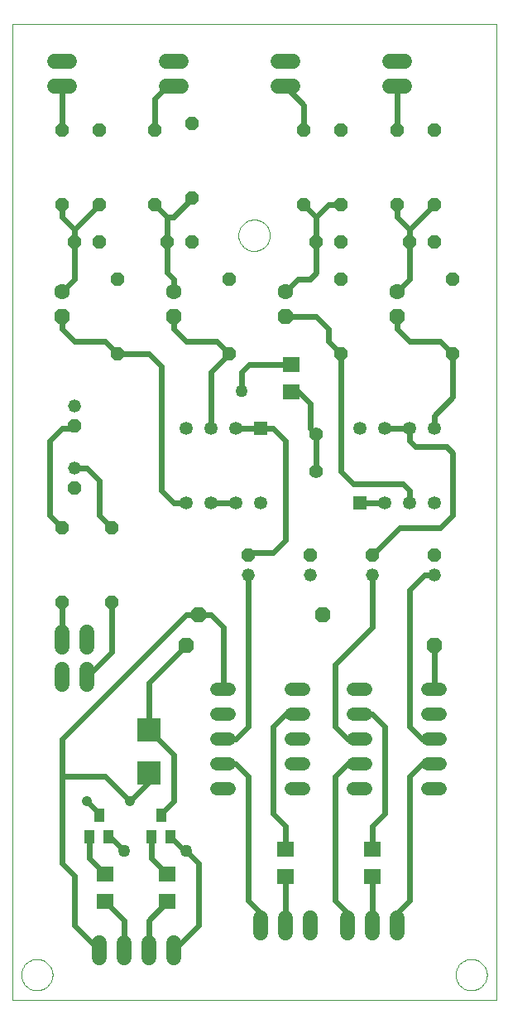
<source format=gtl>
G75*
%MOIN*%
%OFA0B0*%
%FSLAX24Y24*%
%IPPOS*%
%LPD*%
%AMOC8*
5,1,8,0,0,1.08239X$1,22.5*
%
%ADD10C,0.0000*%
%ADD11C,0.0600*%
%ADD12OC8,0.0520*%
%ADD13C,0.0520*%
%ADD14OC8,0.0630*%
%ADD15C,0.0630*%
%ADD16R,0.0710X0.0630*%
%ADD17R,0.0394X0.0551*%
%ADD18C,0.0520*%
%ADD19R,0.0945X0.0945*%
%ADD20R,0.0530X0.0530*%
%ADD21C,0.0530*%
%ADD22R,0.0709X0.0630*%
%ADD23C,0.0240*%
%ADD24C,0.0500*%
%ADD25C,0.0560*%
%ADD26C,0.0413*%
D10*
X000100Y000100D02*
X000100Y039350D01*
X019600Y039350D01*
X019600Y000100D01*
X000100Y000100D01*
X000470Y001100D02*
X000472Y001150D01*
X000478Y001200D01*
X000488Y001249D01*
X000502Y001297D01*
X000519Y001344D01*
X000540Y001389D01*
X000565Y001433D01*
X000593Y001474D01*
X000625Y001513D01*
X000659Y001550D01*
X000696Y001584D01*
X000736Y001614D01*
X000778Y001641D01*
X000822Y001665D01*
X000868Y001686D01*
X000915Y001702D01*
X000963Y001715D01*
X001013Y001724D01*
X001062Y001729D01*
X001113Y001730D01*
X001163Y001727D01*
X001212Y001720D01*
X001261Y001709D01*
X001309Y001694D01*
X001355Y001676D01*
X001400Y001654D01*
X001443Y001628D01*
X001484Y001599D01*
X001523Y001567D01*
X001559Y001532D01*
X001591Y001494D01*
X001621Y001454D01*
X001648Y001411D01*
X001671Y001367D01*
X001690Y001321D01*
X001706Y001273D01*
X001718Y001224D01*
X001726Y001175D01*
X001730Y001125D01*
X001730Y001075D01*
X001726Y001025D01*
X001718Y000976D01*
X001706Y000927D01*
X001690Y000879D01*
X001671Y000833D01*
X001648Y000789D01*
X001621Y000746D01*
X001591Y000706D01*
X001559Y000668D01*
X001523Y000633D01*
X001484Y000601D01*
X001443Y000572D01*
X001400Y000546D01*
X001355Y000524D01*
X001309Y000506D01*
X001261Y000491D01*
X001212Y000480D01*
X001163Y000473D01*
X001113Y000470D01*
X001062Y000471D01*
X001013Y000476D01*
X000963Y000485D01*
X000915Y000498D01*
X000868Y000514D01*
X000822Y000535D01*
X000778Y000559D01*
X000736Y000586D01*
X000696Y000616D01*
X000659Y000650D01*
X000625Y000687D01*
X000593Y000726D01*
X000565Y000767D01*
X000540Y000811D01*
X000519Y000856D01*
X000502Y000903D01*
X000488Y000951D01*
X000478Y001000D01*
X000472Y001050D01*
X000470Y001100D01*
X009220Y030850D02*
X009222Y030900D01*
X009228Y030950D01*
X009238Y030999D01*
X009252Y031047D01*
X009269Y031094D01*
X009290Y031139D01*
X009315Y031183D01*
X009343Y031224D01*
X009375Y031263D01*
X009409Y031300D01*
X009446Y031334D01*
X009486Y031364D01*
X009528Y031391D01*
X009572Y031415D01*
X009618Y031436D01*
X009665Y031452D01*
X009713Y031465D01*
X009763Y031474D01*
X009812Y031479D01*
X009863Y031480D01*
X009913Y031477D01*
X009962Y031470D01*
X010011Y031459D01*
X010059Y031444D01*
X010105Y031426D01*
X010150Y031404D01*
X010193Y031378D01*
X010234Y031349D01*
X010273Y031317D01*
X010309Y031282D01*
X010341Y031244D01*
X010371Y031204D01*
X010398Y031161D01*
X010421Y031117D01*
X010440Y031071D01*
X010456Y031023D01*
X010468Y030974D01*
X010476Y030925D01*
X010480Y030875D01*
X010480Y030825D01*
X010476Y030775D01*
X010468Y030726D01*
X010456Y030677D01*
X010440Y030629D01*
X010421Y030583D01*
X010398Y030539D01*
X010371Y030496D01*
X010341Y030456D01*
X010309Y030418D01*
X010273Y030383D01*
X010234Y030351D01*
X010193Y030322D01*
X010150Y030296D01*
X010105Y030274D01*
X010059Y030256D01*
X010011Y030241D01*
X009962Y030230D01*
X009913Y030223D01*
X009863Y030220D01*
X009812Y030221D01*
X009763Y030226D01*
X009713Y030235D01*
X009665Y030248D01*
X009618Y030264D01*
X009572Y030285D01*
X009528Y030309D01*
X009486Y030336D01*
X009446Y030366D01*
X009409Y030400D01*
X009375Y030437D01*
X009343Y030476D01*
X009315Y030517D01*
X009290Y030561D01*
X009269Y030606D01*
X009252Y030653D01*
X009238Y030701D01*
X009228Y030750D01*
X009222Y030800D01*
X009220Y030850D01*
X017970Y001100D02*
X017972Y001150D01*
X017978Y001200D01*
X017988Y001249D01*
X018002Y001297D01*
X018019Y001344D01*
X018040Y001389D01*
X018065Y001433D01*
X018093Y001474D01*
X018125Y001513D01*
X018159Y001550D01*
X018196Y001584D01*
X018236Y001614D01*
X018278Y001641D01*
X018322Y001665D01*
X018368Y001686D01*
X018415Y001702D01*
X018463Y001715D01*
X018513Y001724D01*
X018562Y001729D01*
X018613Y001730D01*
X018663Y001727D01*
X018712Y001720D01*
X018761Y001709D01*
X018809Y001694D01*
X018855Y001676D01*
X018900Y001654D01*
X018943Y001628D01*
X018984Y001599D01*
X019023Y001567D01*
X019059Y001532D01*
X019091Y001494D01*
X019121Y001454D01*
X019148Y001411D01*
X019171Y001367D01*
X019190Y001321D01*
X019206Y001273D01*
X019218Y001224D01*
X019226Y001175D01*
X019230Y001125D01*
X019230Y001075D01*
X019226Y001025D01*
X019218Y000976D01*
X019206Y000927D01*
X019190Y000879D01*
X019171Y000833D01*
X019148Y000789D01*
X019121Y000746D01*
X019091Y000706D01*
X019059Y000668D01*
X019023Y000633D01*
X018984Y000601D01*
X018943Y000572D01*
X018900Y000546D01*
X018855Y000524D01*
X018809Y000506D01*
X018761Y000491D01*
X018712Y000480D01*
X018663Y000473D01*
X018613Y000470D01*
X018562Y000471D01*
X018513Y000476D01*
X018463Y000485D01*
X018415Y000498D01*
X018368Y000514D01*
X018322Y000535D01*
X018278Y000559D01*
X018236Y000586D01*
X018196Y000616D01*
X018159Y000650D01*
X018125Y000687D01*
X018093Y000726D01*
X018065Y000767D01*
X018040Y000811D01*
X018019Y000856D01*
X018002Y000903D01*
X017988Y000951D01*
X017978Y001000D01*
X017972Y001050D01*
X017970Y001100D01*
D11*
X015600Y002800D02*
X015600Y003400D01*
X014600Y003400D02*
X014600Y002800D01*
X013600Y002800D02*
X013600Y003400D01*
X012100Y003400D02*
X012100Y002800D01*
X011100Y002800D02*
X011100Y003400D01*
X010100Y003400D02*
X010100Y002800D01*
X006600Y002400D02*
X006600Y001800D01*
X005600Y001800D02*
X005600Y002400D01*
X004600Y002400D02*
X004600Y001800D01*
X003600Y001800D02*
X003600Y002400D01*
X003100Y012800D02*
X003100Y013400D01*
X003100Y014300D02*
X003100Y014900D01*
X002100Y014900D02*
X002100Y014300D01*
X002100Y013400D02*
X002100Y012800D01*
X002400Y036850D02*
X001800Y036850D01*
X001800Y037850D02*
X002400Y037850D01*
X006300Y037850D02*
X006900Y037850D01*
X006900Y036850D02*
X006300Y036850D01*
X010800Y036850D02*
X011400Y036850D01*
X011400Y037850D02*
X010800Y037850D01*
X015300Y037850D02*
X015900Y037850D01*
X015900Y036850D02*
X015300Y036850D01*
D12*
X015600Y035100D03*
X017100Y035100D03*
X017100Y032100D03*
X017100Y030600D03*
X017850Y029100D03*
X017850Y026100D03*
X016100Y030600D03*
X015600Y032100D03*
X013350Y032100D03*
X013350Y030600D03*
X013350Y029100D03*
X012350Y030600D03*
X011850Y032100D03*
X011850Y035100D03*
X013350Y035100D03*
X013350Y026100D03*
X012100Y018000D03*
X009600Y018000D03*
X008850Y026100D03*
X008850Y029100D03*
X007350Y030600D03*
X006350Y030600D03*
X005850Y032100D03*
X005850Y035100D03*
X007350Y035350D03*
X007350Y032350D03*
X004350Y029100D03*
X003600Y030600D03*
X003600Y032100D03*
X002600Y030600D03*
X002100Y032100D03*
X002100Y035100D03*
X003600Y035100D03*
X004350Y026100D03*
X002600Y023200D03*
X002600Y020700D03*
X002100Y019100D03*
X002100Y016100D03*
X004100Y016100D03*
X004100Y019100D03*
X014600Y018000D03*
X017100Y018000D03*
D13*
X017100Y017200D03*
X014600Y017200D03*
X012100Y017200D03*
X009600Y017200D03*
X002600Y021500D03*
X002600Y024000D03*
D14*
X002100Y027600D03*
X006600Y027600D03*
X011100Y027600D03*
X015600Y027600D03*
X012600Y015600D03*
X017100Y014350D03*
X007600Y015600D03*
X007100Y014350D03*
D15*
X006600Y028600D03*
X002100Y028600D03*
X011100Y028600D03*
X015600Y028600D03*
D16*
X014600Y006160D03*
X014600Y005040D03*
X011100Y005040D03*
X011100Y006160D03*
X006350Y005160D03*
X006350Y004040D03*
X003850Y004040D03*
X003850Y005160D03*
D17*
X003974Y006667D03*
X003600Y007533D03*
X003226Y006667D03*
X005726Y006667D03*
X006474Y006667D03*
X006100Y007533D03*
D18*
X008340Y008600D02*
X008860Y008600D01*
X008860Y009600D02*
X008340Y009600D01*
X008340Y010600D02*
X008860Y010600D01*
X008860Y011600D02*
X008340Y011600D01*
X008340Y012600D02*
X008860Y012600D01*
X011340Y012600D02*
X011860Y012600D01*
X011860Y011600D02*
X011340Y011600D01*
X011340Y010600D02*
X011860Y010600D01*
X011860Y009600D02*
X011340Y009600D01*
X011340Y008600D02*
X011860Y008600D01*
X013840Y008600D02*
X014360Y008600D01*
X014360Y009600D02*
X013840Y009600D01*
X013840Y010600D02*
X014360Y010600D01*
X014360Y011600D02*
X013840Y011600D01*
X013840Y012600D02*
X014360Y012600D01*
X016840Y012600D02*
X017360Y012600D01*
X017360Y011600D02*
X016840Y011600D01*
X016840Y010600D02*
X017360Y010600D01*
X017360Y009600D02*
X016840Y009600D01*
X016840Y008600D02*
X017360Y008600D01*
D19*
X005600Y009234D03*
X005600Y010966D03*
D20*
X010100Y023100D03*
X014100Y020100D03*
D21*
X015100Y020100D03*
X016100Y020100D03*
X017100Y020100D03*
X017100Y023100D03*
X016100Y023100D03*
X015100Y023100D03*
X014100Y023100D03*
X010100Y020100D03*
X009100Y020100D03*
X008100Y020100D03*
X007100Y020100D03*
X007100Y023100D03*
X008100Y023100D03*
X009100Y023100D03*
D22*
X011350Y024549D03*
X011350Y025651D03*
D23*
X009651Y025651D01*
X009350Y025350D01*
X009350Y024600D01*
X008100Y025350D02*
X008850Y026100D01*
X008350Y026600D01*
X007100Y026600D01*
X006600Y027100D01*
X006600Y027600D01*
X006600Y028600D02*
X006600Y029100D01*
X006350Y029350D01*
X006350Y030600D01*
X006350Y031600D01*
X006600Y031600D01*
X007350Y032350D01*
X006350Y031600D02*
X005850Y032100D01*
X005850Y035100D02*
X005850Y036350D01*
X006350Y036850D01*
X006600Y036850D01*
X003600Y032100D02*
X002600Y031100D01*
X002600Y030600D01*
X002600Y029100D01*
X002100Y028600D01*
X002100Y027600D02*
X002100Y027100D01*
X002600Y026600D01*
X003850Y026600D01*
X004350Y026100D01*
X005600Y026100D01*
X006100Y025600D01*
X006100Y020600D01*
X006600Y020100D01*
X007100Y020100D01*
X008100Y020100D02*
X009100Y020100D01*
X009700Y018100D02*
X009600Y018000D01*
X009700Y018100D02*
X010600Y018100D01*
X011100Y018600D01*
X011100Y022600D01*
X010600Y023100D01*
X010100Y023100D01*
X009100Y023100D01*
X008100Y023100D02*
X008100Y025350D01*
X011100Y027600D02*
X012350Y027600D01*
X012850Y027100D01*
X012850Y026600D01*
X013350Y026100D01*
X013350Y021350D01*
X013850Y020850D01*
X015850Y020850D01*
X016100Y020600D01*
X016100Y020100D01*
X015700Y019100D02*
X014600Y018000D01*
X014600Y017200D02*
X014600Y015100D01*
X013100Y013600D01*
X013100Y011100D01*
X013600Y010600D01*
X014100Y010600D01*
X014100Y009600D02*
X013600Y009600D01*
X013100Y009100D01*
X013100Y004100D01*
X013600Y003600D01*
X013600Y003100D01*
X014600Y003100D02*
X014600Y005040D01*
X014600Y006160D02*
X014600Y007100D01*
X015100Y007600D01*
X015100Y011100D01*
X014600Y011600D01*
X014100Y011600D01*
X016100Y011100D02*
X016600Y010600D01*
X017100Y010600D01*
X017100Y009600D02*
X016600Y009600D01*
X016100Y009100D01*
X016100Y004100D01*
X015600Y003600D01*
X015600Y003100D01*
X016100Y011100D02*
X016100Y016600D01*
X016700Y017200D01*
X017100Y017200D01*
X017350Y019100D02*
X015700Y019100D01*
X015100Y020100D02*
X014100Y020100D01*
X015100Y023100D02*
X016100Y023100D01*
X016100Y022600D01*
X016350Y022350D01*
X017600Y022350D01*
X017850Y022100D01*
X017850Y019600D01*
X017350Y019100D01*
X017100Y023100D02*
X017100Y023600D01*
X017850Y024350D01*
X017850Y026100D01*
X017350Y026600D01*
X016100Y026600D01*
X015600Y027100D01*
X015600Y027600D01*
X015600Y028600D02*
X016100Y029100D01*
X016100Y030600D01*
X016100Y031100D01*
X017100Y032100D01*
X016100Y031100D02*
X015600Y031600D01*
X015600Y032100D01*
X015600Y035100D02*
X015600Y036850D01*
X013350Y032100D02*
X012850Y032100D01*
X012350Y031600D01*
X011850Y032100D01*
X012350Y031600D02*
X012350Y030600D01*
X012350Y029350D01*
X012100Y029100D01*
X011600Y029100D01*
X011100Y028600D01*
X011350Y024549D02*
X011651Y024549D01*
X012100Y024100D01*
X012100Y023100D01*
X012350Y022850D01*
X012350Y021350D01*
X009600Y017200D02*
X009600Y011100D01*
X009100Y010600D01*
X008600Y010600D01*
X008600Y009600D02*
X009100Y009600D01*
X009600Y009100D01*
X009600Y004100D01*
X010100Y003600D01*
X010100Y003100D01*
X011100Y003100D02*
X011100Y005040D01*
X011100Y006160D02*
X011100Y007100D01*
X010600Y007600D01*
X010600Y011100D01*
X011100Y011600D01*
X011600Y011600D01*
X008600Y012600D02*
X008600Y015100D01*
X008100Y015600D01*
X007600Y015600D01*
X007100Y015600D01*
X002100Y010600D01*
X002100Y009100D01*
X003850Y009100D01*
X004850Y008100D01*
X005600Y008850D01*
X005600Y009234D01*
X006600Y009966D02*
X005600Y010966D01*
X005600Y012850D01*
X007100Y014350D01*
X006600Y009966D02*
X006600Y008100D01*
X006100Y007600D01*
X006100Y007533D01*
X005726Y006667D02*
X005726Y005784D01*
X006350Y005160D01*
X006226Y005284D01*
X007041Y006100D02*
X006474Y006667D01*
X007041Y006100D02*
X007100Y006100D01*
X007600Y005600D01*
X007600Y003100D01*
X006600Y002100D01*
X005600Y002100D02*
X005600Y003290D01*
X006350Y004040D01*
X004600Y003290D02*
X004600Y002100D01*
X004600Y003290D02*
X003850Y004040D01*
X003850Y005160D02*
X003226Y005784D01*
X003226Y006667D01*
X003600Y007533D02*
X003600Y007600D01*
X003100Y008100D01*
X002100Y009100D02*
X002100Y005600D01*
X002600Y005100D01*
X002600Y003100D01*
X003600Y002100D01*
X004600Y006100D02*
X004033Y006667D01*
X003974Y006667D01*
X003100Y013100D02*
X004100Y014100D01*
X004100Y016100D01*
X004100Y019100D02*
X003600Y019600D01*
X003600Y021000D01*
X003100Y021500D01*
X002600Y021500D01*
X001600Y022600D02*
X002100Y023100D01*
X002500Y023100D01*
X002600Y023200D01*
X001600Y022600D02*
X001600Y019600D01*
X002100Y019100D01*
X002100Y016100D02*
X002100Y014600D01*
X002600Y031100D02*
X002100Y031600D01*
X002100Y032100D01*
X002100Y035100D02*
X002100Y036850D01*
X011100Y036850D02*
X011850Y036100D01*
X011850Y035100D01*
X017100Y014350D02*
X017100Y012600D01*
D24*
X009350Y024600D03*
X007100Y006100D03*
X004600Y006100D03*
D25*
X012350Y021350D03*
X012350Y022850D03*
D26*
X004850Y008100D03*
X003100Y008100D03*
M02*

</source>
